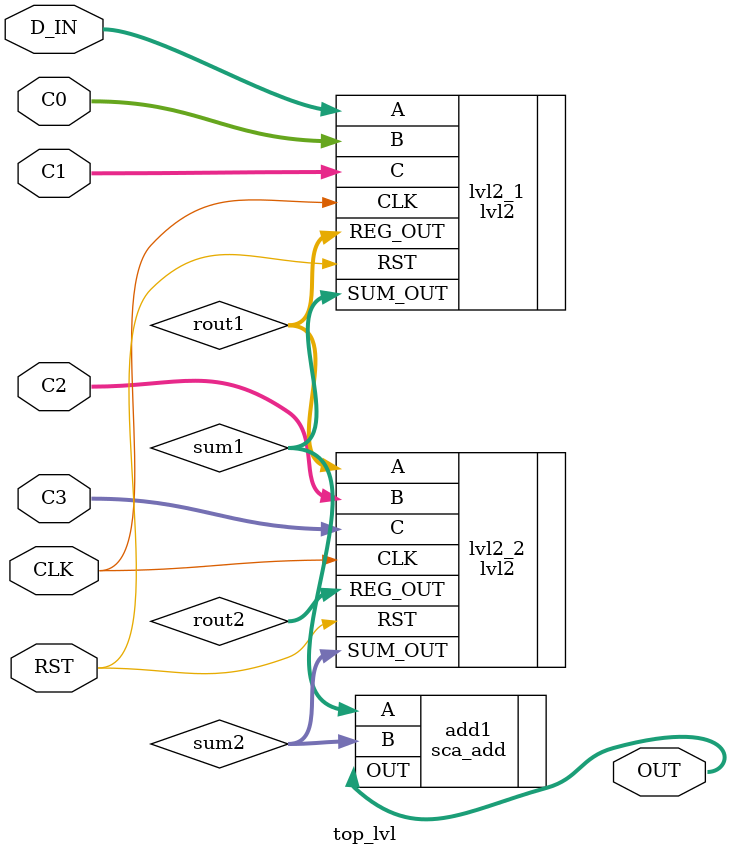
<source format=v>
/******************************************************************************
*** 																        ***
*** ECE 526 L Experiment #6B            Jose Luis Martinez, Spring, 2021    ***
***                                                                         ***
*** Experiment 6B - Sum of Products                                         ***
***                                                                         ***
*******************************************************************************
*** Filename: top_lvl.v        Created by Jose Luis Martinez, April 1, 2021 ***
***                                                                         ***
******************************************************************************/

`timescale 1ns/100ps

module top_lvl(OUT, D_IN, C0, C1, C2, C3, RST, CLK);
	parameter SIZE = 4;

	input RST, CLK;
	input [SIZE-1:0] D_IN;
	input [SIZE-1:0] C0;
	input [SIZE-1:0] C1;
	input [SIZE-1:0] C2;
	input [SIZE-1:0] C3;
	output [(SIZE*2)+1:0] OUT;

	wire [SIZE*2:0] sum1;
	wire [SIZE*2:0] sum2;
	wire [SIZE-1:0] rout1;
	wire [SIZE-1:0] rout2;

	lvl2 #(.SIZE(SIZE)) lvl2_1(.SUM_OUT(sum1), .REG_OUT(rout1), 
		                         .A(D_IN), .B(C0), .C(C1), .CLK(CLK), .RST(RST));
	lvl2 #(.SIZE(SIZE)) lvl2_2(.SUM_OUT(sum2), .REG_OUT(rout2), 
		                         .A(rout1), .B(C2), .C(C3), .CLK(CLK), .RST(RST));

	sca_add #(.SIZE((SIZE*2)+1)) add1(.OUT(OUT), .A(sum1), .B(sum2));

endmodule
</source>
